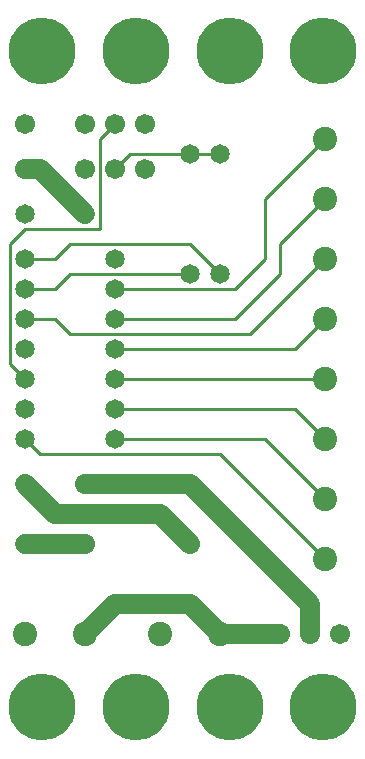
<source format=gbl>
%MOIN*%
%FSLAX25Y25*%
G04 D10 used for Character Trace; *
G04     Circle (OD=.01000) (No hole)*
G04 D11 used for Power Trace; *
G04     Circle (OD=.06700) (No hole)*
G04 D12 used for Signal Trace; *
G04     Circle (OD=.01100) (No hole)*
G04 D13 used for Via; *
G04     Circle (OD=.05800) (Round. Hole ID=.02800)*
G04 D14 used for Component hole; *
G04     Circle (OD=.06500) (Round. Hole ID=.03500)*
G04 D15 used for Component hole; *
G04     Circle (OD=.06700) (Round. Hole ID=.04300)*
G04 D16 used for Component hole; *
G04     Circle (OD=.08100) (Round. Hole ID=.05100)*
G04 D17 used for Component hole; *
G04     Circle (OD=.08900) (Round. Hole ID=.05900)*
G04 D18 used for Component hole; *
G04     Circle (OD=.11300) (Round. Hole ID=.08300)*
G04 D19 used for Component hole; *
G04     Circle (OD=.16000) (Round. Hole ID=.13000)*
G04 D20 used for Component hole; *
G04     Circle (OD=.18300) (Round. Hole ID=.15300)*
G04 D21 used for Component hole; *
G04     Circle (OD=.22291) (Round. Hole ID=.19291)*
%ADD10C,.01000*%
%ADD11C,.06700*%
%ADD12C,.01100*%
%ADD13C,.05800*%
%ADD14C,.06500*%
%ADD15C,.06700*%
%ADD16C,.08100*%
%ADD17C,.08900*%
%ADD18C,.11300*%
%ADD19C,.16000*%
%ADD20C,.18300*%
%ADD21C,.22291*%
%IPPOS*%
%LPD*%
G90*X0Y0D02*D21*X15625Y15625D03*D16*              
X30000Y40000D03*D11*X40000Y50000D01*X65000D01*    
X75000Y40000D01*D16*D03*D11*X95000D01*D15*D03*D11*
X105000D02*Y50000D01*D15*Y40000D03*X115000D03*D11*
X105000Y50000D02*X65000Y90000D01*D15*D03*D11*     
X30000D01*D15*D03*X40000Y80000D03*D11*X20000D01*  
X10000Y90000D01*D14*D03*D12*X15000Y100000D02*     
X75000D01*X110000Y65000D01*D16*D03*Y85000D03*D12* 
X90000Y105000D01*X40000D01*D14*D03*Y115000D03*D12*
X100000D01*X110000Y105000D01*D16*D03*Y125000D03*  
D12*X40000D01*D14*D03*Y135000D03*D12*X100000D01*  
X110000Y145000D01*D16*D03*D12*X80000D02*          
X95000Y160000D01*X40000Y145000D02*X80000D01*D14*  
X40000D03*Y155000D03*D12*X80000D01*               
X90000Y165000D01*Y185000D01*X110000Y205000D01*D16*
D03*Y185000D03*D12*X95000Y170000D01*Y160000D01*   
D16*X110000Y165000D03*D12*X85000Y140000D01*       
X25000D01*X20000Y145000D01*X10000D01*D14*D03*D12* 
Y155000D02*X20000D01*D14*X10000D03*D12*Y165000D02*
X20000D01*D14*X10000D03*D12*X5000Y130000D02*      
Y170000D01*X10000Y125000D02*X5000Y130000D01*D14*  
X10000Y125000D03*Y135000D03*Y115000D03*Y105000D03*
D12*X15000Y100000D01*D11*X40000Y80000D02*         
X55000D01*X65000Y70000D01*D15*D03*D16*            
X55000Y40000D03*D15*X30000Y70000D03*D11*X10000D01*
D14*D03*D16*Y40000D03*D21*X46875Y15625D03*        
X78125D03*D12*X20000Y155000D02*X25000Y160000D01*  
X65000D01*D14*D03*X75000D03*D12*X65000Y170000D01* 
X25000D01*X20000Y165000D01*X5000Y170000D02*       
X10000Y175000D01*X35000D01*Y205000D01*            
X40000Y210000D01*D15*D03*X50000D03*X30000D03*D12* 
X40000Y195000D02*X45000Y200000D01*D15*            
X40000Y195000D03*D12*X45000Y200000D02*X65000D01*  
D14*D03*D12*X75000D01*D14*D03*D15*                
X50000Y195000D03*D21*X109375Y234375D03*D14*       
X40000Y165000D03*D21*X78125Y234375D03*X46875D03*  
D15*X30000Y195000D03*D14*Y180000D03*D11*          
X15000Y195000D01*X10000D01*D15*D03*Y210000D03*D14*
Y180000D03*D21*X15625Y234375D03*X109375Y15625D03* 
M02*                                              

</source>
